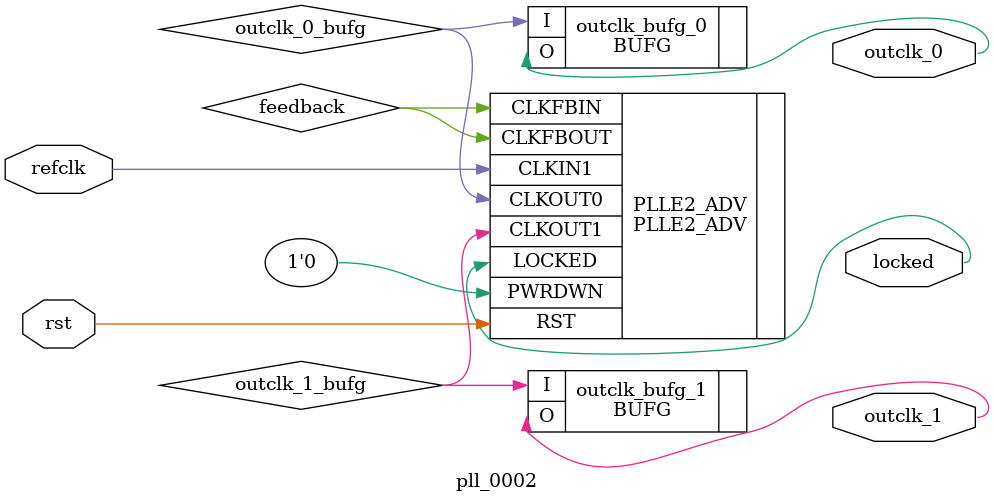
<source format=v>

`timescale 1ns/10ps
module  pll_0002(
	input wire refclk,
	input wire rst,
	output wire outclk_0,
	output wire outclk_1,
	output wire locked
);

	wire feedback;

	wire outclk_0_bufg;
	wire outclk_1_bufg;
	
	PLLE2_ADV #(
		.CLKFBOUT_MULT(6'd32),
		.CLKIN1_PERIOD(20.0),
		.CLKOUT0_DIVIDE(7'd33), // 49.147727 MHz ~= 50 MHz * 32 / 33
		.CLKOUT0_PHASE(1'd0),
		.CLKOUT1_DIVIDE(7'd66), // 24.573863 MHz ~= 50 MHz * 32 / 66
		.CLKOUT1_PHASE(1'd0),
		.DIVCLK_DIVIDE(1'd1),
		.REF_JITTER1(0.01),
		.STARTUP_WAIT("FALSE")
	) PLLE2_ADV (
		.CLKFBIN(feedback),
		.CLKIN1(refclk),
		.PWRDWN(1'b0),
		.RST(rst),
		.CLKFBOUT(feedback),
		.CLKOUT0(outclk_0_bufg),
		.CLKOUT1(outclk_1_bufg),
		.LOCKED(locked)
	);

	BUFG outclk_bufg_0 (.I(outclk_0_bufg), .O(outclk_0));
	BUFG outclk_bufg_1 (.I(outclk_1_bufg), .O(outclk_1));
endmodule

</source>
